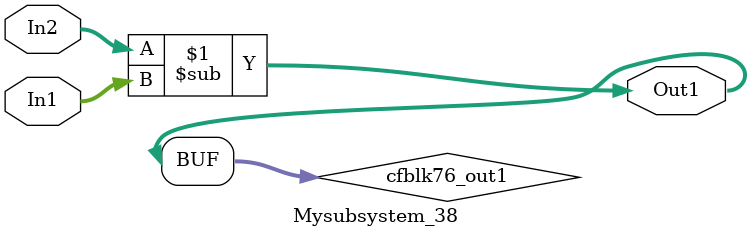
<source format=v>



`timescale 1 ns / 1 ns

module Mysubsystem_38
          (In1,
           In2,
           Out1);


  input   [7:0] In1;  // uint8
  input   [7:0] In2;  // uint8
  output  [7:0] Out1;  // uint8


  wire [7:0] cfblk76_out1;  // uint8


  assign cfblk76_out1 = In2 - In1;



  assign Out1 = cfblk76_out1;

endmodule  // Mysubsystem_38


</source>
